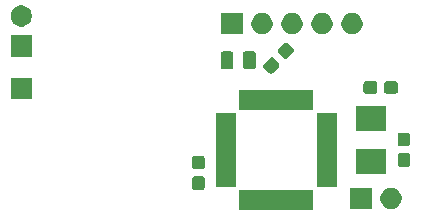
<source format=gbr>
G04 #@! TF.GenerationSoftware,KiCad,Pcbnew,(5.1.5)-3*
G04 #@! TF.CreationDate,2020-02-14T11:46:20+11:00*
G04 #@! TF.ProjectId,Heterodyne,48657465-726f-4647-996e-652e6b696361,rev?*
G04 #@! TF.SameCoordinates,Original*
G04 #@! TF.FileFunction,Soldermask,Bot*
G04 #@! TF.FilePolarity,Negative*
%FSLAX46Y46*%
G04 Gerber Fmt 4.6, Leading zero omitted, Abs format (unit mm)*
G04 Created by KiCad (PCBNEW (5.1.5)-3) date 2020-02-14 11:46:20*
%MOMM*%
%LPD*%
G04 APERTURE LIST*
%ADD10C,0.100000*%
G04 APERTURE END LIST*
D10*
G36*
X130226000Y-65301000D02*
G01*
X123974000Y-65301000D01*
X123974000Y-63599000D01*
X130226000Y-63599000D01*
X130226000Y-65301000D01*
G37*
G36*
X136913512Y-63403927D02*
G01*
X137062812Y-63433624D01*
X137226784Y-63501544D01*
X137374354Y-63600147D01*
X137499853Y-63725646D01*
X137598456Y-63873216D01*
X137666376Y-64037188D01*
X137701000Y-64211259D01*
X137701000Y-64388741D01*
X137666376Y-64562812D01*
X137598456Y-64726784D01*
X137499853Y-64874354D01*
X137374354Y-64999853D01*
X137226784Y-65098456D01*
X137062812Y-65166376D01*
X136913512Y-65196073D01*
X136888742Y-65201000D01*
X136711258Y-65201000D01*
X136686488Y-65196073D01*
X136537188Y-65166376D01*
X136373216Y-65098456D01*
X136225646Y-64999853D01*
X136100147Y-64874354D01*
X136001544Y-64726784D01*
X135933624Y-64562812D01*
X135899000Y-64388741D01*
X135899000Y-64211259D01*
X135933624Y-64037188D01*
X136001544Y-63873216D01*
X136100147Y-63725646D01*
X136225646Y-63600147D01*
X136373216Y-63501544D01*
X136537188Y-63433624D01*
X136686488Y-63403927D01*
X136711258Y-63399000D01*
X136888742Y-63399000D01*
X136913512Y-63403927D01*
G37*
G36*
X135161000Y-65201000D02*
G01*
X133359000Y-65201000D01*
X133359000Y-63399000D01*
X135161000Y-63399000D01*
X135161000Y-65201000D01*
G37*
G36*
X120864499Y-62428445D02*
G01*
X120901995Y-62439820D01*
X120936554Y-62458292D01*
X120966847Y-62483153D01*
X120991708Y-62513446D01*
X121010180Y-62548005D01*
X121021555Y-62585501D01*
X121026000Y-62630638D01*
X121026000Y-63369362D01*
X121021555Y-63414499D01*
X121010180Y-63451995D01*
X120991708Y-63486554D01*
X120966847Y-63516847D01*
X120936554Y-63541708D01*
X120901995Y-63560180D01*
X120864499Y-63571555D01*
X120819362Y-63576000D01*
X120180638Y-63576000D01*
X120135501Y-63571555D01*
X120098005Y-63560180D01*
X120063446Y-63541708D01*
X120033153Y-63516847D01*
X120008292Y-63486554D01*
X119989820Y-63451995D01*
X119978445Y-63414499D01*
X119974000Y-63369362D01*
X119974000Y-62630638D01*
X119978445Y-62585501D01*
X119989820Y-62548005D01*
X120008292Y-62513446D01*
X120033153Y-62483153D01*
X120063446Y-62458292D01*
X120098005Y-62439820D01*
X120135501Y-62428445D01*
X120180638Y-62424000D01*
X120819362Y-62424000D01*
X120864499Y-62428445D01*
G37*
G36*
X123701000Y-63326000D02*
G01*
X121999000Y-63326000D01*
X121999000Y-57074000D01*
X123701000Y-57074000D01*
X123701000Y-63326000D01*
G37*
G36*
X132201000Y-63326000D02*
G01*
X130499000Y-63326000D01*
X130499000Y-57074000D01*
X132201000Y-57074000D01*
X132201000Y-63326000D01*
G37*
G36*
X136351000Y-62251000D02*
G01*
X133849000Y-62251000D01*
X133849000Y-60149000D01*
X136351000Y-60149000D01*
X136351000Y-62251000D01*
G37*
G36*
X120864499Y-60678445D02*
G01*
X120901995Y-60689820D01*
X120936554Y-60708292D01*
X120966847Y-60733153D01*
X120991708Y-60763446D01*
X121010180Y-60798005D01*
X121021555Y-60835501D01*
X121026000Y-60880638D01*
X121026000Y-61619362D01*
X121021555Y-61664499D01*
X121010180Y-61701995D01*
X120991708Y-61736554D01*
X120966847Y-61766847D01*
X120936554Y-61791708D01*
X120901995Y-61810180D01*
X120864499Y-61821555D01*
X120819362Y-61826000D01*
X120180638Y-61826000D01*
X120135501Y-61821555D01*
X120098005Y-61810180D01*
X120063446Y-61791708D01*
X120033153Y-61766847D01*
X120008292Y-61736554D01*
X119989820Y-61701995D01*
X119978445Y-61664499D01*
X119974000Y-61619362D01*
X119974000Y-60880638D01*
X119978445Y-60835501D01*
X119989820Y-60798005D01*
X120008292Y-60763446D01*
X120033153Y-60733153D01*
X120063446Y-60708292D01*
X120098005Y-60689820D01*
X120135501Y-60678445D01*
X120180638Y-60674000D01*
X120819362Y-60674000D01*
X120864499Y-60678445D01*
G37*
G36*
X138264499Y-60478445D02*
G01*
X138301995Y-60489820D01*
X138336554Y-60508292D01*
X138366847Y-60533153D01*
X138391708Y-60563446D01*
X138410180Y-60598005D01*
X138421555Y-60635501D01*
X138426000Y-60680638D01*
X138426000Y-61419362D01*
X138421555Y-61464499D01*
X138410180Y-61501995D01*
X138391708Y-61536554D01*
X138366847Y-61566847D01*
X138336554Y-61591708D01*
X138301995Y-61610180D01*
X138264499Y-61621555D01*
X138219362Y-61626000D01*
X137580638Y-61626000D01*
X137535501Y-61621555D01*
X137498005Y-61610180D01*
X137463446Y-61591708D01*
X137433153Y-61566847D01*
X137408292Y-61536554D01*
X137389820Y-61501995D01*
X137378445Y-61464499D01*
X137374000Y-61419362D01*
X137374000Y-60680638D01*
X137378445Y-60635501D01*
X137389820Y-60598005D01*
X137408292Y-60563446D01*
X137433153Y-60533153D01*
X137463446Y-60508292D01*
X137498005Y-60489820D01*
X137535501Y-60478445D01*
X137580638Y-60474000D01*
X138219362Y-60474000D01*
X138264499Y-60478445D01*
G37*
G36*
X138264499Y-58728445D02*
G01*
X138301995Y-58739820D01*
X138336554Y-58758292D01*
X138366847Y-58783153D01*
X138391708Y-58813446D01*
X138410180Y-58848005D01*
X138421555Y-58885501D01*
X138426000Y-58930638D01*
X138426000Y-59669362D01*
X138421555Y-59714499D01*
X138410180Y-59751995D01*
X138391708Y-59786554D01*
X138366847Y-59816847D01*
X138336554Y-59841708D01*
X138301995Y-59860180D01*
X138264499Y-59871555D01*
X138219362Y-59876000D01*
X137580638Y-59876000D01*
X137535501Y-59871555D01*
X137498005Y-59860180D01*
X137463446Y-59841708D01*
X137433153Y-59816847D01*
X137408292Y-59786554D01*
X137389820Y-59751995D01*
X137378445Y-59714499D01*
X137374000Y-59669362D01*
X137374000Y-58930638D01*
X137378445Y-58885501D01*
X137389820Y-58848005D01*
X137408292Y-58813446D01*
X137433153Y-58783153D01*
X137463446Y-58758292D01*
X137498005Y-58739820D01*
X137535501Y-58728445D01*
X137580638Y-58724000D01*
X138219362Y-58724000D01*
X138264499Y-58728445D01*
G37*
G36*
X136351000Y-58551000D02*
G01*
X133849000Y-58551000D01*
X133849000Y-56449000D01*
X136351000Y-56449000D01*
X136351000Y-58551000D01*
G37*
G36*
X130226000Y-56801000D02*
G01*
X123974000Y-56801000D01*
X123974000Y-55099000D01*
X130226000Y-55099000D01*
X130226000Y-56801000D01*
G37*
G36*
X106401000Y-55901000D02*
G01*
X104599000Y-55901000D01*
X104599000Y-54099000D01*
X106401000Y-54099000D01*
X106401000Y-55901000D01*
G37*
G36*
X137214499Y-54378445D02*
G01*
X137251995Y-54389820D01*
X137286554Y-54408292D01*
X137316847Y-54433153D01*
X137341708Y-54463446D01*
X137360180Y-54498005D01*
X137371555Y-54535501D01*
X137376000Y-54580638D01*
X137376000Y-55219362D01*
X137371555Y-55264499D01*
X137360180Y-55301995D01*
X137341708Y-55336554D01*
X137316847Y-55366847D01*
X137286554Y-55391708D01*
X137251995Y-55410180D01*
X137214499Y-55421555D01*
X137169362Y-55426000D01*
X136430638Y-55426000D01*
X136385501Y-55421555D01*
X136348005Y-55410180D01*
X136313446Y-55391708D01*
X136283153Y-55366847D01*
X136258292Y-55336554D01*
X136239820Y-55301995D01*
X136228445Y-55264499D01*
X136224000Y-55219362D01*
X136224000Y-54580638D01*
X136228445Y-54535501D01*
X136239820Y-54498005D01*
X136258292Y-54463446D01*
X136283153Y-54433153D01*
X136313446Y-54408292D01*
X136348005Y-54389820D01*
X136385501Y-54378445D01*
X136430638Y-54374000D01*
X137169362Y-54374000D01*
X137214499Y-54378445D01*
G37*
G36*
X135464499Y-54378445D02*
G01*
X135501995Y-54389820D01*
X135536554Y-54408292D01*
X135566847Y-54433153D01*
X135591708Y-54463446D01*
X135610180Y-54498005D01*
X135621555Y-54535501D01*
X135626000Y-54580638D01*
X135626000Y-55219362D01*
X135621555Y-55264499D01*
X135610180Y-55301995D01*
X135591708Y-55336554D01*
X135566847Y-55366847D01*
X135536554Y-55391708D01*
X135501995Y-55410180D01*
X135464499Y-55421555D01*
X135419362Y-55426000D01*
X134680638Y-55426000D01*
X134635501Y-55421555D01*
X134598005Y-55410180D01*
X134563446Y-55391708D01*
X134533153Y-55366847D01*
X134508292Y-55336554D01*
X134489820Y-55301995D01*
X134478445Y-55264499D01*
X134474000Y-55219362D01*
X134474000Y-54580638D01*
X134478445Y-54535501D01*
X134489820Y-54498005D01*
X134508292Y-54463446D01*
X134533153Y-54433153D01*
X134563446Y-54408292D01*
X134598005Y-54389820D01*
X134635501Y-54378445D01*
X134680638Y-54374000D01*
X135419362Y-54374000D01*
X135464499Y-54378445D01*
G37*
G36*
X126736918Y-52345699D02*
G01*
X126774414Y-52357074D01*
X126808973Y-52375546D01*
X126844037Y-52404322D01*
X127295678Y-52855963D01*
X127324454Y-52891027D01*
X127342926Y-52925586D01*
X127354301Y-52963082D01*
X127358141Y-53002081D01*
X127354301Y-53041080D01*
X127342926Y-53078576D01*
X127324454Y-53113135D01*
X127295678Y-53148199D01*
X126773327Y-53670550D01*
X126738263Y-53699326D01*
X126703704Y-53717798D01*
X126666208Y-53729173D01*
X126627209Y-53733013D01*
X126588210Y-53729173D01*
X126550714Y-53717798D01*
X126516155Y-53699326D01*
X126481091Y-53670550D01*
X126029450Y-53218909D01*
X126000674Y-53183845D01*
X125982202Y-53149286D01*
X125970827Y-53111790D01*
X125966987Y-53072791D01*
X125970827Y-53033792D01*
X125982202Y-52996296D01*
X126000674Y-52961737D01*
X126029450Y-52926673D01*
X126551801Y-52404322D01*
X126586865Y-52375546D01*
X126621424Y-52357074D01*
X126658920Y-52345699D01*
X126697919Y-52341859D01*
X126736918Y-52345699D01*
G37*
G36*
X123296968Y-51853565D02*
G01*
X123335638Y-51865296D01*
X123371277Y-51884346D01*
X123402517Y-51909983D01*
X123428154Y-51941223D01*
X123447204Y-51976862D01*
X123458935Y-52015532D01*
X123463500Y-52061888D01*
X123463500Y-53138112D01*
X123458935Y-53184468D01*
X123447204Y-53223138D01*
X123428154Y-53258777D01*
X123402517Y-53290017D01*
X123371277Y-53315654D01*
X123335638Y-53334704D01*
X123296968Y-53346435D01*
X123250612Y-53351000D01*
X122599388Y-53351000D01*
X122553032Y-53346435D01*
X122514362Y-53334704D01*
X122478723Y-53315654D01*
X122447483Y-53290017D01*
X122421846Y-53258777D01*
X122402796Y-53223138D01*
X122391065Y-53184468D01*
X122386500Y-53138112D01*
X122386500Y-52061888D01*
X122391065Y-52015532D01*
X122402796Y-51976862D01*
X122421846Y-51941223D01*
X122447483Y-51909983D01*
X122478723Y-51884346D01*
X122514362Y-51865296D01*
X122553032Y-51853565D01*
X122599388Y-51849000D01*
X123250612Y-51849000D01*
X123296968Y-51853565D01*
G37*
G36*
X125171968Y-51853565D02*
G01*
X125210638Y-51865296D01*
X125246277Y-51884346D01*
X125277517Y-51909983D01*
X125303154Y-51941223D01*
X125322204Y-51976862D01*
X125333935Y-52015532D01*
X125338500Y-52061888D01*
X125338500Y-53138112D01*
X125333935Y-53184468D01*
X125322204Y-53223138D01*
X125303154Y-53258777D01*
X125277517Y-53290017D01*
X125246277Y-53315654D01*
X125210638Y-53334704D01*
X125171968Y-53346435D01*
X125125612Y-53351000D01*
X124474388Y-53351000D01*
X124428032Y-53346435D01*
X124389362Y-53334704D01*
X124353723Y-53315654D01*
X124322483Y-53290017D01*
X124296846Y-53258777D01*
X124277796Y-53223138D01*
X124266065Y-53184468D01*
X124261500Y-53138112D01*
X124261500Y-52061888D01*
X124266065Y-52015532D01*
X124277796Y-51976862D01*
X124296846Y-51941223D01*
X124322483Y-51909983D01*
X124353723Y-51884346D01*
X124389362Y-51865296D01*
X124428032Y-51853565D01*
X124474388Y-51849000D01*
X125125612Y-51849000D01*
X125171968Y-51853565D01*
G37*
G36*
X127974354Y-51108263D02*
G01*
X128011850Y-51119638D01*
X128046409Y-51138110D01*
X128081473Y-51166886D01*
X128533114Y-51618527D01*
X128561890Y-51653591D01*
X128580362Y-51688150D01*
X128591737Y-51725646D01*
X128595577Y-51764645D01*
X128591737Y-51803644D01*
X128580362Y-51841140D01*
X128561890Y-51875699D01*
X128533114Y-51910763D01*
X128010763Y-52433114D01*
X127975699Y-52461890D01*
X127941140Y-52480362D01*
X127903644Y-52491737D01*
X127864645Y-52495577D01*
X127825646Y-52491737D01*
X127788150Y-52480362D01*
X127753591Y-52461890D01*
X127718527Y-52433114D01*
X127266886Y-51981473D01*
X127238110Y-51946409D01*
X127219638Y-51911850D01*
X127208263Y-51874354D01*
X127204423Y-51835355D01*
X127208263Y-51796356D01*
X127219638Y-51758860D01*
X127238110Y-51724301D01*
X127266886Y-51689237D01*
X127789237Y-51166886D01*
X127824301Y-51138110D01*
X127858860Y-51119638D01*
X127896356Y-51108263D01*
X127935355Y-51104423D01*
X127974354Y-51108263D01*
G37*
G36*
X106401000Y-52301000D02*
G01*
X104599000Y-52301000D01*
X104599000Y-50499000D01*
X106401000Y-50499000D01*
X106401000Y-52301000D01*
G37*
G36*
X125993512Y-48603927D02*
G01*
X126142812Y-48633624D01*
X126306784Y-48701544D01*
X126454354Y-48800147D01*
X126579853Y-48925646D01*
X126678456Y-49073216D01*
X126746376Y-49237188D01*
X126781000Y-49411259D01*
X126781000Y-49588741D01*
X126746376Y-49762812D01*
X126678456Y-49926784D01*
X126579853Y-50074354D01*
X126454354Y-50199853D01*
X126306784Y-50298456D01*
X126142812Y-50366376D01*
X125993512Y-50396073D01*
X125968742Y-50401000D01*
X125791258Y-50401000D01*
X125766488Y-50396073D01*
X125617188Y-50366376D01*
X125453216Y-50298456D01*
X125305646Y-50199853D01*
X125180147Y-50074354D01*
X125081544Y-49926784D01*
X125013624Y-49762812D01*
X124979000Y-49588741D01*
X124979000Y-49411259D01*
X125013624Y-49237188D01*
X125081544Y-49073216D01*
X125180147Y-48925646D01*
X125305646Y-48800147D01*
X125453216Y-48701544D01*
X125617188Y-48633624D01*
X125766488Y-48603927D01*
X125791258Y-48599000D01*
X125968742Y-48599000D01*
X125993512Y-48603927D01*
G37*
G36*
X124241000Y-50401000D02*
G01*
X122439000Y-50401000D01*
X122439000Y-48599000D01*
X124241000Y-48599000D01*
X124241000Y-50401000D01*
G37*
G36*
X128533512Y-48603927D02*
G01*
X128682812Y-48633624D01*
X128846784Y-48701544D01*
X128994354Y-48800147D01*
X129119853Y-48925646D01*
X129218456Y-49073216D01*
X129286376Y-49237188D01*
X129321000Y-49411259D01*
X129321000Y-49588741D01*
X129286376Y-49762812D01*
X129218456Y-49926784D01*
X129119853Y-50074354D01*
X128994354Y-50199853D01*
X128846784Y-50298456D01*
X128682812Y-50366376D01*
X128533512Y-50396073D01*
X128508742Y-50401000D01*
X128331258Y-50401000D01*
X128306488Y-50396073D01*
X128157188Y-50366376D01*
X127993216Y-50298456D01*
X127845646Y-50199853D01*
X127720147Y-50074354D01*
X127621544Y-49926784D01*
X127553624Y-49762812D01*
X127519000Y-49588741D01*
X127519000Y-49411259D01*
X127553624Y-49237188D01*
X127621544Y-49073216D01*
X127720147Y-48925646D01*
X127845646Y-48800147D01*
X127993216Y-48701544D01*
X128157188Y-48633624D01*
X128306488Y-48603927D01*
X128331258Y-48599000D01*
X128508742Y-48599000D01*
X128533512Y-48603927D01*
G37*
G36*
X133613512Y-48603927D02*
G01*
X133762812Y-48633624D01*
X133926784Y-48701544D01*
X134074354Y-48800147D01*
X134199853Y-48925646D01*
X134298456Y-49073216D01*
X134366376Y-49237188D01*
X134401000Y-49411259D01*
X134401000Y-49588741D01*
X134366376Y-49762812D01*
X134298456Y-49926784D01*
X134199853Y-50074354D01*
X134074354Y-50199853D01*
X133926784Y-50298456D01*
X133762812Y-50366376D01*
X133613512Y-50396073D01*
X133588742Y-50401000D01*
X133411258Y-50401000D01*
X133386488Y-50396073D01*
X133237188Y-50366376D01*
X133073216Y-50298456D01*
X132925646Y-50199853D01*
X132800147Y-50074354D01*
X132701544Y-49926784D01*
X132633624Y-49762812D01*
X132599000Y-49588741D01*
X132599000Y-49411259D01*
X132633624Y-49237188D01*
X132701544Y-49073216D01*
X132800147Y-48925646D01*
X132925646Y-48800147D01*
X133073216Y-48701544D01*
X133237188Y-48633624D01*
X133386488Y-48603927D01*
X133411258Y-48599000D01*
X133588742Y-48599000D01*
X133613512Y-48603927D01*
G37*
G36*
X131073512Y-48603927D02*
G01*
X131222812Y-48633624D01*
X131386784Y-48701544D01*
X131534354Y-48800147D01*
X131659853Y-48925646D01*
X131758456Y-49073216D01*
X131826376Y-49237188D01*
X131861000Y-49411259D01*
X131861000Y-49588741D01*
X131826376Y-49762812D01*
X131758456Y-49926784D01*
X131659853Y-50074354D01*
X131534354Y-50199853D01*
X131386784Y-50298456D01*
X131222812Y-50366376D01*
X131073512Y-50396073D01*
X131048742Y-50401000D01*
X130871258Y-50401000D01*
X130846488Y-50396073D01*
X130697188Y-50366376D01*
X130533216Y-50298456D01*
X130385646Y-50199853D01*
X130260147Y-50074354D01*
X130161544Y-49926784D01*
X130093624Y-49762812D01*
X130059000Y-49588741D01*
X130059000Y-49411259D01*
X130093624Y-49237188D01*
X130161544Y-49073216D01*
X130260147Y-48925646D01*
X130385646Y-48800147D01*
X130533216Y-48701544D01*
X130697188Y-48633624D01*
X130846488Y-48603927D01*
X130871258Y-48599000D01*
X131048742Y-48599000D01*
X131073512Y-48603927D01*
G37*
G36*
X105613512Y-47963927D02*
G01*
X105762812Y-47993624D01*
X105926784Y-48061544D01*
X106074354Y-48160147D01*
X106199853Y-48285646D01*
X106298456Y-48433216D01*
X106366376Y-48597188D01*
X106401000Y-48771259D01*
X106401000Y-48948741D01*
X106366376Y-49122812D01*
X106298456Y-49286784D01*
X106199853Y-49434354D01*
X106074354Y-49559853D01*
X105926784Y-49658456D01*
X105762812Y-49726376D01*
X105613512Y-49756073D01*
X105588742Y-49761000D01*
X105411258Y-49761000D01*
X105386488Y-49756073D01*
X105237188Y-49726376D01*
X105073216Y-49658456D01*
X104925646Y-49559853D01*
X104800147Y-49434354D01*
X104701544Y-49286784D01*
X104633624Y-49122812D01*
X104599000Y-48948741D01*
X104599000Y-48771259D01*
X104633624Y-48597188D01*
X104701544Y-48433216D01*
X104800147Y-48285646D01*
X104925646Y-48160147D01*
X105073216Y-48061544D01*
X105237188Y-47993624D01*
X105386488Y-47963927D01*
X105411258Y-47959000D01*
X105588742Y-47959000D01*
X105613512Y-47963927D01*
G37*
M02*

</source>
